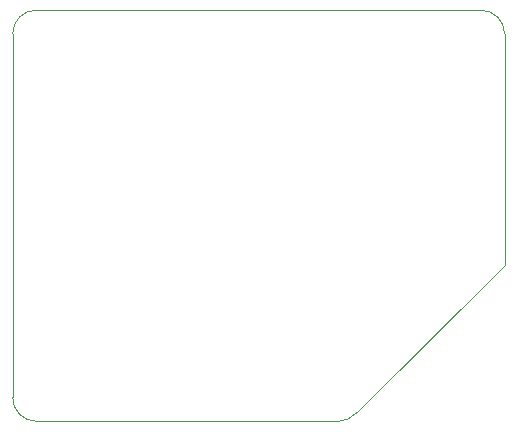
<source format=gm1>
G04 #@! TF.GenerationSoftware,KiCad,Pcbnew,5.1.5+dfsg1-2build2*
G04 #@! TF.CreationDate,2021-12-02T15:55:02+01:00*
G04 #@! TF.ProjectId,Daugter_board,44617567-7465-4725-9f62-6f6172642e6b,rev?*
G04 #@! TF.SameCoordinates,Original*
G04 #@! TF.FileFunction,Profile,NP*
%FSLAX46Y46*%
G04 Gerber Fmt 4.6, Leading zero omitted, Abs format (unit mm)*
G04 Created by KiCad (PCBNEW 5.1.5+dfsg1-2build2) date 2021-12-02 15:55:02*
%MOMM*%
%LPD*%
G04 APERTURE LIST*
%ADD10C,0.050000*%
G04 APERTURE END LIST*
D10*
X157671922Y-118461562D02*
G75*
G02X156120000Y-119200000I-1551922J1261562D01*
G01*
X168220000Y-84380000D02*
G75*
G02X170220000Y-86380000I0J-2000000D01*
G01*
X128570025Y-86370000D02*
G75*
G02X130570000Y-84380000I1999975J-10000D01*
G01*
X130570000Y-119190100D02*
G75*
G02X128570000Y-117170000I0J2000100D01*
G01*
X170220000Y-86380000D02*
X170220000Y-105920000D01*
X130570000Y-84380000D02*
X168220000Y-84380000D01*
X128570000Y-117170000D02*
X128570025Y-86370000D01*
X156120000Y-119200000D02*
X130570000Y-119190100D01*
X170220000Y-105920000D02*
X157671922Y-118461562D01*
M02*

</source>
